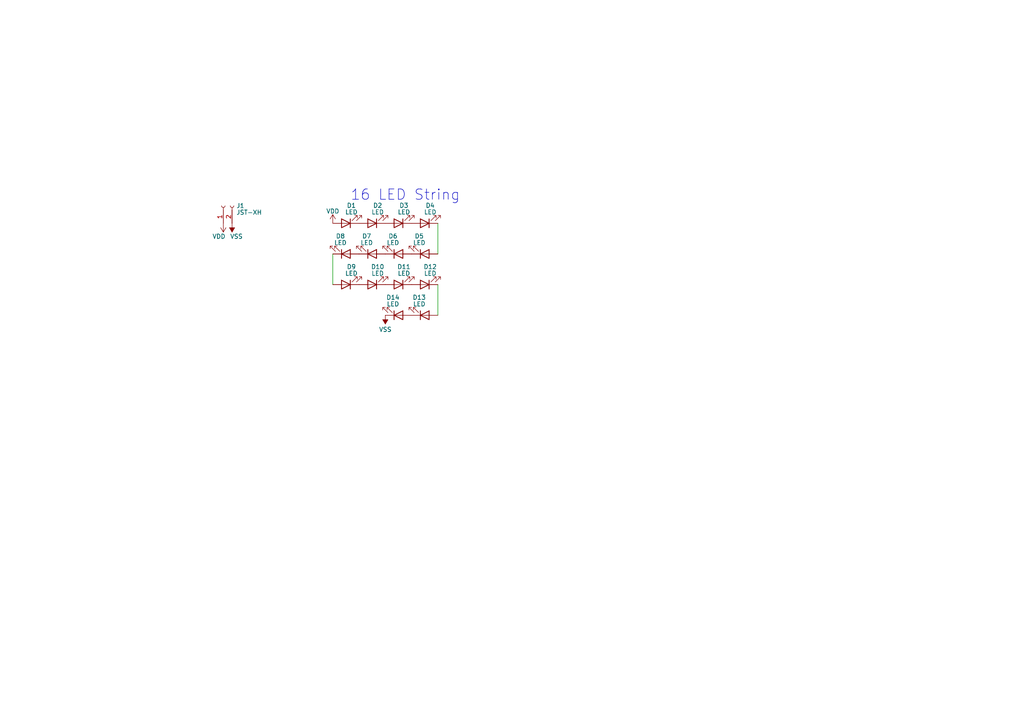
<source format=kicad_sch>
(kicad_sch (version 20230121) (generator eeschema)
  (paper "A4")
  (lib_symbols
    (symbol "Connector:Conn_01x02_Socket" (pin_names (offset 1.016) hide)
      (property "Reference" "J" (at 0 2.54 0))
      (property "Value" "Conn_01x02_Socket" (at 0 -5.08 0))
      (symbol "Conn_01x02_Socket_1_1"
        (arc (start 0 -2.032) (mid -0.5058 -2.54) (end 0 -3.048) (stroke (width 0.1524)))
        (polyline (pts (xy -1.27 -2.54) (xy -0.508 -2.54)) (stroke (width 0.1524)))
        (polyline (pts (xy -1.27 0) (xy -0.508 0)) (stroke (width 0.1524)))
        (arc (start 0 0.508) (mid -0.5058 0) (end 0 -0.508) (stroke (width 0.1524)))
        (pin passive line (at -5.08 0 0) (length 3.81) (name "Pin_1") (number "1"))
        (pin passive line (at -5.08 -2.54 0) (length 3.81) (name "Pin_2") (number "2"))
      )
    )
    (symbol "Device:LED" (pin_numbers hide) (pin_names (offset 1.016) hide)
      (property "Reference" "D" (at 0 2.54 0))
      (property "Value" "LED" (at 0 -2.54 0))
      (symbol "LED_0_1"
        (polyline (pts (xy -1.27 -1.27) (xy -1.27 1.27)) (stroke (width 0.254)))
        (polyline (pts (xy -1.27 0) (xy 1.27 0)))
        (polyline (pts (xy 1.27 -1.27) (xy 1.27 1.27) (xy -1.27 0) (xy 1.27 -1.27)) (stroke (width 0.254)))
        (polyline (pts (xy -3.048 -0.762) (xy -4.572 -2.286) (xy -3.81 -2.286) (xy -4.572 -2.286) (xy -4.572 -1.524)))
        (polyline (pts (xy -1.778 -0.762) (xy -3.302 -2.286) (xy -2.54 -2.286) (xy -3.302 -2.286) (xy -3.302 -1.524)))
      )
      (symbol "LED_1_1"
        (pin passive line (at -3.81 0 0) (length 2.54) (name "K") (number "1"))
        (pin passive line (at 3.81 0 180) (length 2.54) (name "A") (number "2"))
      )
    )
    (symbol "power:VDD" (power) (pin_names (offset 0))
      (property "Value" "VDD" (at 0 3.81 0))
      (symbol "VDD_0_1"
        (polyline (pts (xy -0.762 1.27) (xy 0 2.54)))
        (polyline (pts (xy 0 0) (xy 0 2.54)))
        (polyline (pts (xy 0 2.54) (xy 0.762 1.27)))
      )
      (symbol "VDD_1_1"
        (pin power_in line (at 0 0 90) (length 0) hide (name "VDD") (number "1"))
      )
    )
    (symbol "power:VSS" (power) (pin_names (offset 0))
      (property "Value" "VSS" (at 0 3.81 0))
      (symbol "VSS_0_1"
        (polyline (pts (xy 0 0) (xy 0 2.54)))
        (polyline (pts (xy 0.762 1.27) (xy -0.762 1.27) (xy 0 2.54) (xy 0.762 1.27)) (fill (type outline)))
      )
      (symbol "VSS_1_1"
        (pin power_in line (at 0 0 90) (length 0) hide (name "VSS") (number "1"))
      )
    )
  )
  (wire (pts (xy 127 82.55) (xy 127 91.44)))
  (wire (pts (xy 96.52 73.66) (xy 96.52 82.55)))
  (wire (pts (xy 127 64.77) (xy 127 73.66)))
  (text "16 LED String" (at 101.6 58.42 0) (effects (font (size 3 3)) (justify left bottom)))
  (symbol (lib_id "Device:LED") (at 107.95 64.77 180) (unit 1)
    (property "Reference" "D2" (at 109.5375 59.6011 0))
    (property "Value" "LED" (at 109.5375 61.5221 0))
    (property "Footprint" "Custom footprints:LED_XLAMP_XE-G_CRW" (effects hide))
    (property "Datasheet" "https://downloads.cree-led.com/files/ds/x/XLamp-XE-G.pdf" (effects hide))
    (property "Manufacturer" "Cree LED" (effects hide))
    (property "Part" "XEGARY-H0-0000-000-000000K2001" (effects hide))
  )
  (symbol (lib_id "Device:LED") (at 123.19 91.44 0) (mirror x) (unit 1)
    (property "Reference" "D13" (at 121.6025 86.2711 0))
    (property "Value" "LED" (at 121.6025 88.1921 0))
    (property "Footprint" "Custom footprints:LED_XLAMP_XE-G_CRW" (effects hide))
    (property "Datasheet" "https://downloads.cree-led.com/files/ds/x/XLamp-XE-G.pdf" (effects hide))
    (property "Manufacturer" "Cree LED" (effects hide))
    (property "Part" "XEGARY-H0-0000-000-000000K2001" (effects hide))
  )
  (symbol (lib_id "Device:LED") (at 100.33 73.66 0) (mirror x) (unit 1)
    (property "Reference" "D8" (at 98.7425 68.4911 0))
    (property "Value" "LED" (at 98.7425 70.4121 0))
    (property "Footprint" "Custom footprints:LED_XLAMP_XE-G_CRW" (effects hide))
    (property "Datasheet" "https://downloads.cree-led.com/files/ds/x/XLamp-XE-G.pdf" (effects hide))
    (property "Manufacturer" "Cree LED" (effects hide))
    (property "Part" "XEGARY-H0-0000-000-000000K2001" (effects hide))
  )
  (symbol (lib_id "Device:LED") (at 115.57 82.55 180) (unit 1)
    (property "Reference" "D11" (at 117.1575 77.3811 0))
    (property "Value" "LED" (at 117.1575 79.3021 0))
    (property "Footprint" "Custom footprints:LED_XLAMP_XE-G_CRW" (effects hide))
    (property "Datasheet" "https://downloads.cree-led.com/files/ds/x/XLamp-XE-G.pdf" (effects hide))
    (property "Manufacturer" "Cree LED" (effects hide))
    (property "Part" "XEGARY-H0-0000-000-000000K2001" (effects hide))
  )
  (symbol (lib_id "power:VDD") (at 64.77 64.77 180) (unit 1)
    (property "Reference" "#PWR01" (effects hide))
    (property "Value" "VDD" (at 63.5 68.58 0))
  )
  (symbol (lib_id "power:VSS") (at 67.31 64.77 180) (unit 1)
    (property "Reference" "#PWR02" (effects hide))
    (property "Value" "VSS" (at 68.58 68.58 0))
  )
  (symbol (lib_id "power:VSS") (at 111.76 91.44 180) (unit 1)
    (property "Reference" "#PWR04" (effects hide))
    (property "Value" "VSS" (at 111.76 95.5755 0))
  )
  (symbol (lib_id "Device:LED") (at 107.95 73.66 0) (mirror x) (unit 1)
    (property "Reference" "D7" (at 106.3625 68.4911 0))
    (property "Value" "LED" (at 106.3625 70.4121 0))
    (property "Footprint" "Custom footprints:LED_XLAMP_XE-G_CRW" (effects hide))
    (property "Datasheet" "https://downloads.cree-led.com/files/ds/x/XLamp-XE-G.pdf" (effects hide))
    (property "Manufacturer" "Cree LED" (effects hide))
    (property "Part" "XEGARY-H0-0000-000-000000K2001" (effects hide))
  )
  (symbol (lib_id "Device:LED") (at 123.19 82.55 180) (unit 1)
    (property "Reference" "D12" (at 124.7775 77.3811 0))
    (property "Value" "LED" (at 124.7775 79.3021 0))
    (property "Footprint" "Custom footprints:LED_XLAMP_XE-G_CRW" (effects hide))
    (property "Datasheet" "https://downloads.cree-led.com/files/ds/x/XLamp-XE-G.pdf" (effects hide))
    (property "Manufacturer" "Cree LED" (effects hide))
    (property "Part" "XEGARY-H0-0000-000-000000K2001" (effects hide))
  )
  (symbol (lib_id "Connector:Conn_01x02_Socket") (at 64.77 59.69 90) (unit 1)
    (property "Reference" "J1" (at 68.5292 59.6813 90) (effects (justify right)))
    (property "Value" "JST-XH" (at 68.5292 61.6023 90) (effects (justify right)))
    (property "Footprint" "Custom footprints:SolderWire-0.1sqmm_1x02_P9.6mm_D0.4mm_OD1mm" (effects hide))
    (property "Datasheet" "https://www.jst-mfg.com/product/pdf/eng/eXH.pdf" (effects hide))
    (property "Manufacturer" "JST Sales America Inc." (effects hide))
    (property "Part" "B2B-XH-A" (effects hide))
  )
  (symbol (lib_id "Device:LED") (at 123.19 64.77 180) (unit 1)
    (property "Reference" "D4" (at 124.7775 59.6011 0))
    (property "Value" "LED" (at 124.7775 61.5221 0))
    (property "Footprint" "Custom footprints:LED_XLAMP_XE-G_CRW" (effects hide))
    (property "Datasheet" "https://downloads.cree-led.com/files/ds/x/XLamp-XE-G.pdf" (effects hide))
    (property "Manufacturer" "Cree LED" (effects hide))
    (property "Part" "XEGARY-H0-0000-000-000000K2001" (effects hide))
  )
  (symbol (lib_id "Device:LED") (at 100.33 82.55 180) (unit 1)
    (property "Reference" "D9" (at 101.9175 77.3811 0))
    (property "Value" "LED" (at 101.9175 79.3021 0))
    (property "Footprint" "Custom footprints:LED_XLAMP_XE-G_CRW" (effects hide))
    (property "Datasheet" "https://downloads.cree-led.com/files/ds/x/XLamp-XE-G.pdf" (effects hide))
    (property "Manufacturer" "Cree LED" (effects hide))
    (property "Part" "XEGARY-H0-0000-000-000000K2001" (effects hide))
  )
  (symbol (lib_id "power:VDD") (at 96.52 64.77 0) (unit 1)
    (property "Reference" "#PWR03" (effects hide))
    (property "Value" "VDD" (at 96.52 61.2681 0))
  )
  (symbol (lib_id "Device:LED") (at 107.95 82.55 180) (unit 1)
    (property "Reference" "D10" (at 109.5375 77.3811 0))
    (property "Value" "LED" (at 109.5375 79.3021 0))
    (property "Footprint" "Custom footprints:LED_XLAMP_XE-G_CRW" (effects hide))
    (property "Datasheet" "https://downloads.cree-led.com/files/ds/x/XLamp-XE-G.pdf" (effects hide))
    (property "Manufacturer" "Cree LED" (effects hide))
    (property "Part" "XEGARY-H0-0000-000-000000K2001" (effects hide))
  )
  (symbol (lib_id "Device:LED") (at 123.19 73.66 0) (mirror x) (unit 1)
    (property "Reference" "D5" (at 121.6025 68.4911 0))
    (property "Value" "LED" (at 121.6025 70.4121 0))
    (property "Footprint" "Custom footprints:LED_XLAMP_XE-G_CRW" (effects hide))
    (property "Datasheet" "https://downloads.cree-led.com/files/ds/x/XLamp-XE-G.pdf" (effects hide))
    (property "Manufacturer" "Cree LED" (effects hide))
    (property "Part" "XEGARY-H0-0000-000-000000K2001" (effects hide))
  )
  (symbol (lib_id "Device:LED") (at 115.57 64.77 180) (unit 1)
    (property "Reference" "D3" (at 117.1575 59.6011 0))
    (property "Value" "LED" (at 117.1575 61.5221 0))
    (property "Footprint" "Custom footprints:LED_XLAMP_XE-G_CRW" (effects hide))
    (property "Datasheet" "https://downloads.cree-led.com/files/ds/x/XLamp-XE-G.pdf" (effects hide))
    (property "Manufacturer" "Cree LED" (effects hide))
    (property "Part" "XEGARY-H0-0000-000-000000K2001" (effects hide))
  )
  (symbol (lib_id "Device:LED") (at 115.57 73.66 0) (mirror x) (unit 1)
    (property "Reference" "D6" (at 113.9825 68.4911 0))
    (property "Value" "LED" (at 113.9825 70.4121 0))
    (property "Footprint" "Custom footprints:LED_XLAMP_XE-G_CRW" (effects hide))
    (property "Datasheet" "https://downloads.cree-led.com/files/ds/x/XLamp-XE-G.pdf" (effects hide))
    (property "Manufacturer" "Cree LED" (effects hide))
    (property "Part" "XEGARY-H0-0000-000-000000K2001" (effects hide))
  )
  (symbol (lib_id "Device:LED") (at 100.33 64.77 180) (unit 1)
    (property "Reference" "D1" (at 101.9175 59.6011 0))
    (property "Value" "LED" (at 101.9175 61.5221 0))
    (property "Footprint" "Custom footprints:LED_XLAMP_XE-G_CRW" (effects hide))
    (property "Datasheet" "https://downloads.cree-led.com/files/ds/x/XLamp-XE-G.pdf" (effects hide))
    (property "Manufacturer" "Cree LED" (effects hide))
    (property "Part" "XEGARY-H0-0000-000-000000K2001" (effects hide))
  )
  (symbol (lib_id "Device:LED") (at 115.57 91.44 0) (mirror x) (unit 1)
    (property "Reference" "D14" (at 113.9825 86.2711 0))
    (property "Value" "LED" (at 113.9825 88.1921 0))
    (property "Footprint" "Custom footprints:LED_XLAMP_XE-G_CRW" (effects hide))
    (property "Datasheet" "https://downloads.cree-led.com/files/ds/x/XLamp-XE-G.pdf" (effects hide))
    (property "Manufacturer" "Cree LED" (effects hide))
    (property "Part" "XEGARY-H0-0000-000-000000K2001" (effects hide))
  )
)
</source>
